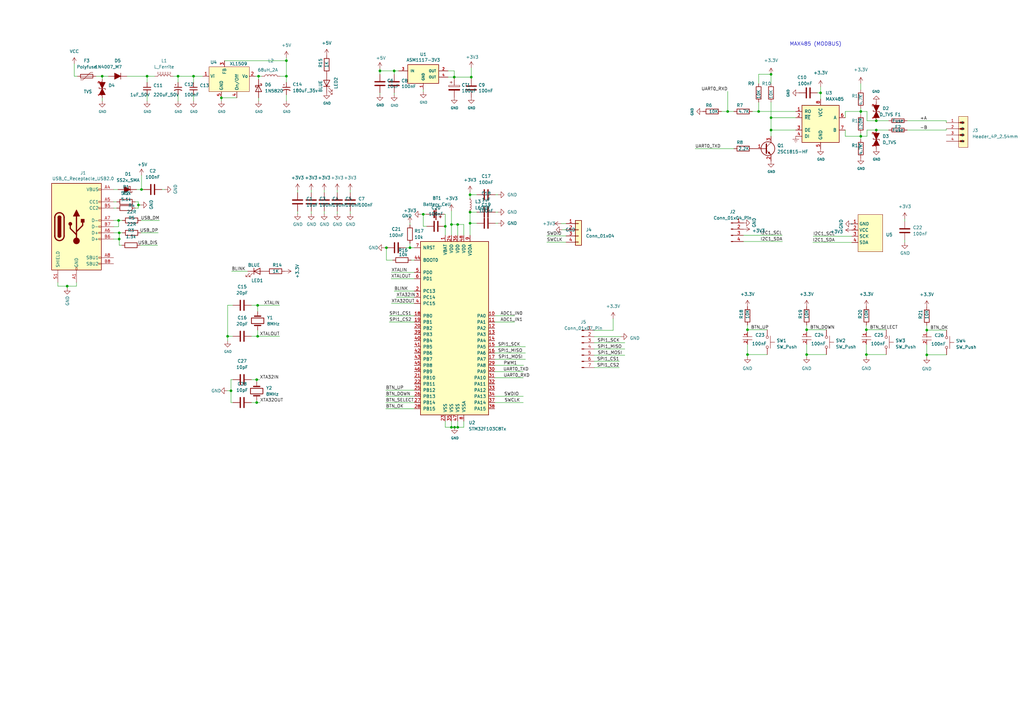
<source format=kicad_sch>
(kicad_sch (version 20230121) (generator eeschema)
  (paper "A3")
  (junction (at 193.294 31.623))
  (junction (at 41.91 31.242))
  (junction (at 73.025 31.242))
  (junction (at 186.436 175.26))
  (junction (at 306.578 145.415))
  (junction (at 168.148 101.6))
  (junction (at 380.111 145.542))
  (junction (at 330.835 135.255))
  (junction (at 186.309 31.623))
  (junction (at 60.325 31.242))
  (junction (at 185.166 175.26))
  (junction (at 359.41 53.34))
  (junction (at 27.559 117.348))
  (junction (at 93.345 137.922))
  (junction (at 192.786 86.995))
  (junction (at 355.346 145.415))
  (junction (at 353.06 55.88))
  (junction (at 298.45 45.72))
  (junction (at 161.671 29.083))
  (junction (at 187.706 175.26))
  (junction (at 336.55 38.1))
  (junction (at 359.41 49.53))
  (junction (at 117.475 24.892))
  (junction (at 105.664 125.222))
  (junction (at 316.23 30.48))
  (junction (at 316.23 48.26))
  (junction (at 106.045 31.242))
  (junction (at 48.641 90.424))
  (junction (at 58.039 77.724))
  (junction (at 48.895 98.044))
  (junction (at 105.664 137.922))
  (junction (at 192.786 91.567))
  (junction (at 353.06 45.72))
  (junction (at 306.578 135.255))
  (junction (at 355.346 135.255))
  (junction (at 79.375 31.242))
  (junction (at 173.609 87.884))
  (junction (at 311.15 45.72))
  (junction (at 192.786 79.883))
  (junction (at 90.805 40.132))
  (junction (at 56.769 84.074))
  (junction (at 94.742 160.274))
  (junction (at 155.829 29.083))
  (junction (at 158.496 101.6))
  (junction (at 330.835 145.415))
  (junction (at 316.23 53.34))
  (junction (at 380.111 135.382))
  (junction (at 185.166 92.075))
  (junction (at 105.283 155.702))
  (junction (at 105.283 165.1))
  (junction (at 187.706 92.075))
  (junction (at 48.895 95.504))
  (junction (at 117.475 31.242))
  (junction (at 182.626 92.837))
  (wire (pts (xy 103.124 137.922) (xy 105.664 137.922)))
  (wire (pts (xy 254 150.749) (xy 243.713 150.749)))
  (wire (pts (xy 48.641 90.424) (xy 50.165 90.424)))
  (wire (pts (xy 316.23 55.88) (xy 316.23 53.34)))
  (wire (pts (xy 155.829 28.194) (xy 155.829 29.083)))
  (wire (pts (xy 187.706 92.075) (xy 185.166 92.075)))
  (wire (pts (xy 336.55 38.1) (xy 335.28 38.1)))
  (wire (pts (xy 105.664 135.382) (xy 105.664 137.922)))
  (wire (pts (xy 73.025 33.782) (xy 73.025 31.242)))
  (wire (pts (xy 311.15 34.29) (xy 311.15 30.48)))
  (wire (pts (xy 95.504 125.222) (xy 93.345 125.222)))
  (wire (pts (xy 95.504 155.702) (xy 94.742 155.702)))
  (wire (pts (xy 353.06 55.88) (xy 353.06 57.15)))
  (wire (pts (xy 316.23 30.48) (xy 316.23 34.29)))
  (wire (pts (xy 372.11 49.53) (xy 388.112 49.53)))
  (wire (pts (xy 155.829 38.735) (xy 155.829 38.1)))
  (wire (pts (xy 104.775 31.242) (xy 106.045 31.242)))
  (wire (pts (xy 306.578 145.415) (xy 306.578 146.304)))
  (wire (pts (xy 172.72 87.884) (xy 173.609 87.884)))
  (wire (pts (xy 168.148 99.822) (xy 168.148 101.6)))
  (wire (pts (xy 106.553 155.702) (xy 105.283 155.702)))
  (wire (pts (xy 306.578 135.255) (xy 306.578 136.144)))
  (wire (pts (xy 355.6 53.34) (xy 355.6 55.88)))
  (wire (pts (xy 349.377 99.441) (xy 333.375 99.441)))
  (wire (pts (xy 190.246 92.075) (xy 187.706 92.075)))
  (wire (pts (xy 173.609 87.884) (xy 174.625 87.884)))
  (wire (pts (xy 31.369 115.824) (xy 31.369 117.348)))
  (wire (pts (xy 187.706 92.075) (xy 187.706 96.52)))
  (wire (pts (xy 49.911 100.584) (xy 48.895 100.584)))
  (wire (pts (xy 157.734 101.6) (xy 158.496 101.6)))
  (wire (pts (xy 56.769 85.344) (xy 55.499 85.344)))
  (wire (pts (xy 158.242 165.1) (xy 169.926 165.1)))
  (wire (pts (xy 79.375 31.242) (xy 83.185 31.242)))
  (wire (pts (xy 127.635 77.978) (xy 127.635 78.994)))
  (wire (pts (xy 193.294 32.258) (xy 193.294 31.623)))
  (wire (pts (xy 192.786 91.567) (xy 192.786 96.52)))
  (wire (pts (xy 202.946 154.94) (xy 214.63 154.94)))
  (wire (pts (xy 67.564 77.724) (xy 66.421 77.724)))
  (wire (pts (xy 155.829 29.083) (xy 161.671 29.083)))
  (wire (pts (xy 192.786 86.995) (xy 195.58 86.995)))
  (wire (pts (xy 161.671 38.862) (xy 161.671 38.1)))
  (wire (pts (xy 186.309 31.623) (xy 183.769 31.623)))
  (wire (pts (xy 380.111 145.542) (xy 388.239 145.542)))
  (wire (pts (xy 311.15 30.48) (xy 316.23 30.48)))
  (wire (pts (xy 41.91 31.242) (xy 41.91 32.512)))
  (wire (pts (xy 132.969 77.978) (xy 132.969 78.994)))
  (wire (pts (xy 304.927 99.06) (xy 320.929 99.06)))
  (wire (pts (xy 159.639 129.54) (xy 169.926 129.54)))
  (wire (pts (xy 103.124 125.222) (xy 105.664 125.222)))
  (wire (pts (xy 23.749 115.824) (xy 23.749 117.348)))
  (wire (pts (xy 330.835 135.255) (xy 330.835 136.144)))
  (wire (pts (xy 195.58 79.883) (xy 192.786 79.883)))
  (wire (pts (xy 224.282 99.314) (xy 232.156 99.314)))
  (wire (pts (xy 173.609 36.703) (xy 173.609 37.592)))
  (wire (pts (xy 93.345 125.222) (xy 93.345 137.922)))
  (wire (pts (xy 182.626 92.837) (xy 182.626 96.52)))
  (wire (pts (xy 295.91 45.72) (xy 298.45 45.72)))
  (wire (pts (xy 41.91 31.242) (xy 44.45 31.242)))
  (wire (pts (xy 162.56 121.92) (xy 169.926 121.92)))
  (wire (pts (xy 202.946 144.78) (xy 215.519 144.78)))
  (wire (pts (xy 79.375 38.862) (xy 79.375 41.402)))
  (wire (pts (xy 79.375 31.242) (xy 79.375 33.782)))
  (wire (pts (xy 192.786 79.883) (xy 192.786 81.407)))
  (wire (pts (xy 353.06 45.72) (xy 355.6 45.72)))
  (wire (pts (xy 158.242 167.64) (xy 169.926 167.64)))
  (wire (pts (xy 353.06 44.45) (xy 353.06 45.72)))
  (wire (pts (xy 94.742 165.1) (xy 95.504 165.1)))
  (wire (pts (xy 158.496 106.68) (xy 158.496 101.6)))
  (wire (pts (xy 192.786 86.487) (xy 192.786 86.995)))
  (wire (pts (xy 48.895 100.584) (xy 48.895 98.044)))
  (wire (pts (xy 182.626 87.884) (xy 182.245 87.884)))
  (wire (pts (xy 311.15 41.91) (xy 311.15 45.72)))
  (wire (pts (xy 48.641 92.964) (xy 46.609 92.964)))
  (wire (pts (xy 254 148.209) (xy 243.713 148.209)))
  (wire (pts (xy 186.436 175.26) (xy 187.706 175.26)))
  (wire (pts (xy 30.48 26.162) (xy 30.48 31.242)))
  (wire (pts (xy 353.06 54.61) (xy 353.06 55.88)))
  (wire (pts (xy 316.23 48.26) (xy 326.39 48.26)))
  (wire (pts (xy 117.475 24.892) (xy 117.475 31.242)))
  (wire (pts (xy 117.475 38.862) (xy 117.475 41.402)))
  (wire (pts (xy 93.345 137.922) (xy 95.504 137.922)))
  (wire (pts (xy 173.609 92.837) (xy 173.609 87.884)))
  (wire (pts (xy 202.946 162.56) (xy 214.63 162.56)))
  (wire (pts (xy 56.769 84.074) (xy 56.769 85.344)))
  (wire (pts (xy 251.46 130.683) (xy 251.46 135.509)))
  (wire (pts (xy 55.499 82.804) (xy 56.769 82.804)))
  (wire (pts (xy 190.246 96.52) (xy 190.246 92.075)))
  (wire (pts (xy 185.166 172.72) (xy 185.166 175.26)))
  (wire (pts (xy 330.835 141.224) (xy 330.835 145.415)))
  (wire (pts (xy 57.785 90.424) (xy 65.405 90.424)))
  (wire (pts (xy 202.946 129.54) (xy 211.074 129.54)))
  (wire (pts (xy 30.48 31.242) (xy 31.75 31.242)))
  (wire (pts (xy 346.71 48.26) (xy 346.71 45.72)))
  (wire (pts (xy 316.23 41.91) (xy 316.23 48.26)))
  (wire (pts (xy 353.06 34.29) (xy 353.06 36.83)))
  (wire (pts (xy 117.475 31.242) (xy 114.935 31.242)))
  (wire (pts (xy 355.346 135.255) (xy 355.346 136.144)))
  (wire (pts (xy 359.41 49.53) (xy 364.49 49.53)))
  (wire (pts (xy 122.047 86.614) (xy 122.047 87.63)))
  (wire (pts (xy 105.283 155.702) (xy 103.124 155.702)))
  (wire (pts (xy 182.626 172.72) (xy 182.626 175.26)))
  (wire (pts (xy 122.047 77.978) (xy 122.047 78.994)))
  (wire (pts (xy 103.124 165.1) (xy 105.283 165.1)))
  (wire (pts (xy 380.111 145.542) (xy 380.111 146.431)))
  (wire (pts (xy 380.111 133.477) (xy 380.111 135.382)))
  (wire (pts (xy 330.835 145.415) (xy 338.963 145.415)))
  (wire (pts (xy 39.37 31.242) (xy 41.91 31.242)))
  (wire (pts (xy 306.578 133.35) (xy 306.578 135.255)))
  (wire (pts (xy 27.559 117.348) (xy 31.369 117.348)))
  (wire (pts (xy 346.71 55.88) (xy 346.71 53.34)))
  (wire (pts (xy 186.309 32.258) (xy 186.309 31.623)))
  (wire (pts (xy 336.55 40.64) (xy 336.55 38.1)))
  (wire (pts (xy 202.946 165.1) (xy 214.63 165.1)))
  (wire (pts (xy 94.742 155.702) (xy 94.742 160.274)))
  (wire (pts (xy 106.045 31.242) (xy 107.315 31.242)))
  (wire (pts (xy 27.559 118.11) (xy 27.559 117.348)))
  (wire (pts (xy 106.045 40.132) (xy 106.045 41.402)))
  (wire (pts (xy 306.578 141.224) (xy 306.578 145.415)))
  (wire (pts (xy 56.007 77.724) (xy 58.039 77.724)))
  (wire (pts (xy 336.55 35.56) (xy 336.55 38.1)))
  (wire (pts (xy 355.346 141.224) (xy 355.346 145.415)))
  (wire (pts (xy 330.835 133.35) (xy 330.835 135.255)))
  (wire (pts (xy 46.609 95.504) (xy 48.895 95.504)))
  (wire (pts (xy 243.713 145.669) (xy 256.286 145.669)))
  (wire (pts (xy 359.41 53.34) (xy 355.6 53.34)))
  (wire (pts (xy 158.242 160.02) (xy 169.926 160.02)))
  (wire (pts (xy 57.531 100.584) (xy 64.643 100.584)))
  (wire (pts (xy 182.626 87.884) (xy 182.626 92.837)))
  (wire (pts (xy 56.769 84.074) (xy 57.658 84.074)))
  (wire (pts (xy 243.713 143.129) (xy 256.286 143.129)))
  (wire (pts (xy 355.346 135.255) (xy 363.474 135.255)))
  (wire (pts (xy 202.946 149.86) (xy 214.757 149.86)))
  (wire (pts (xy 46.609 90.424) (xy 48.641 90.424)))
  (wire (pts (xy 138.303 77.978) (xy 138.303 78.994)))
  (wire (pts (xy 186.309 29.083) (xy 186.309 31.623)))
  (wire (pts (xy 48.641 90.424) (xy 48.641 92.964)))
  (wire (pts (xy 298.45 37.465) (xy 298.45 45.72)))
  (wire (pts (xy 230.632 94.234) (xy 232.156 94.234)))
  (wire (pts (xy 330.835 145.415) (xy 330.835 146.304)))
  (wire (pts (xy 388.112 49.53) (xy 388.112 50.292)))
  (wire (pts (xy 56.769 82.804) (xy 56.769 84.074)))
  (wire (pts (xy 143.637 86.614) (xy 143.637 87.63)))
  (wire (pts (xy 346.71 55.88) (xy 353.06 55.88)))
  (wire (pts (xy 298.45 45.72) (xy 300.99 45.72)))
  (wire (pts (xy 311.15 45.72) (xy 326.39 45.72)))
  (wire (pts (xy 316.23 53.34) (xy 326.39 53.34)))
  (wire (pts (xy 143.637 77.978) (xy 143.637 78.994)))
  (wire (pts (xy 168.656 106.68) (xy 169.926 106.68)))
  (wire (pts (xy 92.075 24.892) (xy 117.475 24.892)))
  (wire (pts (xy 23.749 117.348) (xy 27.559 117.348)))
  (wire (pts (xy 47.879 82.804) (xy 46.609 82.804)))
  (wire (pts (xy 183.769 29.083) (xy 186.309 29.083)))
  (wire (pts (xy 60.325 31.242) (xy 63.5 31.242)))
  (wire (pts (xy 106.68 165.1) (xy 105.283 165.1)))
  (wire (pts (xy 185.166 175.26) (xy 186.436 175.26)))
  (wire (pts (xy 192.786 78.867) (xy 192.786 79.883)))
  (wire (pts (xy 192.786 91.567) (xy 195.58 91.567)))
  (wire (pts (xy 168.148 91.44) (xy 168.148 92.202)))
  (wire (pts (xy 353.06 55.88) (xy 355.6 55.88)))
  (wire (pts (xy 355.6 49.53) (xy 355.6 45.72)))
  (wire (pts (xy 203.2 91.567) (xy 204.216 91.567)))
  (wire (pts (xy 160.401 114.3) (xy 169.926 114.3)))
  (wire (pts (xy 355.346 145.415) (xy 363.474 145.415)))
  (wire (pts (xy 193.294 31.623) (xy 186.309 31.623)))
  (wire (pts (xy 185.166 92.075) (xy 185.166 96.52)))
  (wire (pts (xy 190.246 172.72) (xy 190.246 175.26)))
  (wire (pts (xy 346.71 45.72) (xy 353.06 45.72)))
  (wire (pts (xy 158.496 101.6) (xy 158.75 101.6)))
  (wire (pts (xy 380.111 135.382) (xy 380.111 136.271)))
  (wire (pts (xy 60.325 38.862) (xy 60.325 41.402)))
  (wire (pts (xy 388.112 53.34) (xy 388.112 52.832)))
  (wire (pts (xy 52.07 31.242) (xy 60.325 31.242)))
  (wire (pts (xy 71.12 31.242) (xy 73.025 31.242)))
  (wire (pts (xy 58.801 77.724) (xy 58.039 77.724)))
  (wire (pts (xy 105.664 137.922) (xy 114.681 137.922)))
  (wire (pts (xy 94.742 160.274) (xy 94.742 165.1)))
  (wire (pts (xy 202.946 132.08) (xy 211.074 132.08)))
  (wire (pts (xy 159.639 132.08) (xy 169.926 132.08)))
  (wire (pts (xy 168.148 101.6) (xy 169.926 101.6)))
  (wire (pts (xy 308.61 45.72) (xy 311.15 45.72)))
  (wire (pts (xy 243.713 140.589) (xy 256.286 140.589)))
  (wire (pts (xy 243.713 135.509) (xy 251.46 135.509)))
  (wire (pts (xy 192.786 86.995) (xy 192.786 91.567)))
  (wire (pts (xy 160.528 124.46) (xy 169.926 124.46)))
  (wire (pts (xy 230.124 91.694) (xy 232.156 91.694)))
  (wire (pts (xy 155.829 30.48) (xy 155.829 29.083)))
  (wire (pts (xy 185.166 92.075) (xy 185.166 86.487)))
  (wire (pts (xy 243.713 138.049) (xy 254.635 138.049)))
  (wire (pts (xy 117.475 33.782) (xy 117.475 31.242)))
  (wire (pts (xy 320.802 96.52) (xy 304.927 96.52)))
  (wire (pts (xy 117.475 23.622) (xy 117.475 24.892)))
  (wire (pts (xy 105.283 155.702) (xy 105.283 156.591)))
  (wire (pts (xy 372.11 53.34) (xy 388.112 53.34)))
  (wire (pts (xy 132.969 86.614) (xy 132.969 87.63)))
  (wire (pts (xy 73.025 31.242) (xy 79.375 31.242)))
  (wire (pts (xy 187.706 175.26) (xy 190.246 175.26)))
  (wire (pts (xy 73.025 38.862) (xy 73.025 41.402)))
  (wire (pts (xy 160.528 111.76) (xy 169.926 111.76)))
  (wire (pts (xy 355.346 133.35) (xy 355.346 135.255)))
  (wire (pts (xy 306.578 135.255) (xy 314.706 135.255)))
  (wire (pts (xy 175.006 92.837) (xy 173.609 92.837)))
  (wire (pts (xy 93.218 160.274) (xy 94.742 160.274)))
  (wire (pts (xy 105.664 125.222) (xy 114.681 125.222)))
  (wire (pts (xy 47.879 85.344) (xy 46.609 85.344)))
  (wire (pts (xy 105.664 125.222) (xy 105.664 127.762)))
  (wire (pts (xy 90.805 40.132) (xy 97.155 40.132)))
  (wire (pts (xy 202.946 142.24) (xy 215.519 142.24)))
  (wire (pts (xy 359.41 49.53) (xy 355.6 49.53)))
  (wire (pts (xy 48.895 95.504) (xy 48.895 98.044)))
  (wire (pts (xy 94.996 111.252) (xy 101.6 111.252)))
  (wire (pts (xy 161.036 106.68) (xy 158.496 106.68)))
  (wire (pts (xy 158.242 162.56) (xy 169.926 162.56)))
  (wire (pts (xy 46.609 77.724) (xy 48.387 77.724)))
  (wire (pts (xy 93.345 137.922) (xy 93.345 139.827)))
  (wire (pts (xy 41.91 40.132) (xy 41.91 41.402)))
  (wire (pts (xy 202.946 147.32) (xy 215.519 147.32)))
  (wire (pts (xy 371.094 98.425) (xy 371.094 99.441)))
  (wire (pts (xy 285.115 60.96) (xy 300.99 60.96)))
  (wire (pts (xy 202.946 152.4) (xy 214.63 152.4)))
  (wire (pts (xy 224.282 96.774) (xy 232.156 96.774)))
  (wire (pts (xy 330.835 135.255) (xy 338.963 135.255)))
  (wire (pts (xy 355.346 145.415) (xy 355.346 146.304)))
  (wire (pts (xy 48.895 95.504) (xy 50.165 95.504)))
  (wire (pts (xy 169.926 119.38) (xy 161.671 119.38)))
  (wire (pts (xy 106.045 31.242) (xy 106.045 32.512)))
  (wire (pts (xy 306.578 145.415) (xy 314.706 145.415)))
  (wire (pts (xy 380.111 141.351) (xy 380.111 145.542)))
  (wire (pts (xy 182.626 175.26) (xy 185.166 175.26)))
  (wire (pts (xy 364.49 53.34) (xy 359.41 53.34)))
  (wire (pts (xy 316.23 48.26) (xy 316.23 53.34)))
  (wire (pts (xy 161.671 29.083) (xy 163.449 29.083)))
  (wire (pts (xy 380.111 135.382) (xy 388.239 135.382)))
  (wire (pts (xy 203.2 79.883) (xy 204.216 79.883)))
  (wire (pts (xy 333.502 96.901) (xy 349.377 96.901)))
  (wire (pts (xy 46.609 98.044) (xy 48.895 98.044)))
  (wire (pts (xy 187.706 172.72) (xy 187.706 175.26)))
  (wire (pts (xy 90.805 40.132) (xy 90.805 41.402)))
  (wire (pts (xy 166.37 101.6) (xy 168.148 101.6)))
  (wire (pts (xy 161.671 30.48) (xy 161.671 29.083)))
  (wire (pts (xy 105.283 164.211) (xy 105.283 165.1)))
  (wire (pts (xy 127.635 86.614) (xy 127.635 87.63)))
  (wire (pts (xy 371.094 89.789) (xy 371.094 90.805)))
  (wire (pts (xy 353.06 45.72) (xy 353.06 46.99)))
  (wire (pts (xy 138.303 86.614) (xy 138.303 87.63)))
  (wire (pts (xy 57.785 95.504) (xy 64.897 95.504)))
  (wire (pts (xy 60.325 33.782) (xy 60.325 31.242)))
  (wire (pts (xy 193.294 27.813) (xy 193.294 31.623)))
  (wire (pts (xy 58.039 71.882) (xy 58.039 77.724)))
  (wire (pts (xy 203.2 86.995) (xy 204.216 86.995)))
  (text "MAX485 (MODBUS)" (at 323.85 19.05 0) (effects (font (size 1.5 1.5)) (justify left bottom)))
  (label "XTALOUT" (at 160.401 114.3 0))
  (label "BTN_OK" (at 381.508 135.382 0))
  (label "+A" (at 377.317 49.53 0))
  (label "XTALIN" (at 114.681 125.222 180))
  (label "BLINK" (at 94.996 111.252 0))
  (label "SWCLK" (at 206.883 165.1 0))
  (label "XTA32OUT" (at 160.528 124.46 0))
  (label "SPI1_SCK" (at 244.983 140.589 0))
  (label "UART0_TXD" (at 206.375 152.4 0))
  (label "ADC1_IN0" (at 205.232 129.54 0))
  (label "UART0_RXD" (at 298.45 37.465 180))
  (label "SPI1_MOSI" (at 204.343 147.32 0))
  (label "BTN_SELECT" (at 158.242 165.1 0))
  (label "ADC1_IN1" (at 205.232 132.08 0))
  (label "SWCLK" (at 224.282 99.314 0))
  (label "XTALIN" (at 160.528 111.76 0))
  (label "SPI1_CS1" (at 254 148.209 180))
  (label "XTA32OUT" (at 106.68 165.1 0))
  (label "USB_DIS" (at 64.643 100.584 180))
  (label "I2C1_SDA" (at 333.375 99.441 0))
  (label "SPI1_MOSI" (at 245.11 145.669 0))
  (label "PWM1" (at 206.502 149.86 0))
  (label "UART0_TXD" (at 285.115 60.96 0))
  (label "SPI1_SCK" (at 204.216 142.24 0))
  (label "BTN_OK" (at 158.242 167.64 0))
  (label "SWDIO" (at 206.756 162.56 0))
  (label "BTN_UP" (at 307.975 135.255 0))
  (label "I2C1_SCL" (at 320.802 96.52 180))
  (label "SPI1_CS1" (at 159.639 129.54 0))
  (label "USB_DM" (at 65.405 90.424 180))
  (label "I2C1_SCL" (at 333.502 96.901 0))
  (label "SPI1_CS2" (at 254 150.749 180))
  (label "SPI1_CS2" (at 159.639 132.08 0))
  (label "USB_DP" (at 64.897 95.504 180))
  (label "SPI1_MISO" (at 244.983 143.129 0))
  (label "SWDIO" (at 224.282 96.774 0))
  (label "BTN_DOWN" (at 158.242 162.56 0))
  (label "SPI1_MISO" (at 204.216 144.78 0))
  (label "BTN_DOWN" (at 332.232 135.255 0))
  (label "BTN_SELECT" (at 356.743 135.255 0))
  (label "-B" (at 377.317 53.34 0))
  (label "XTA32IN" (at 162.56 121.92 0))
  (label "BLINK" (at 161.671 119.38 0))
  (label "BTN_UP" (at 158.242 160.02 0))
  (label "I2C1_SDA" (at 320.929 99.06 180))
  (label "UART0_RXD" (at 206.502 154.94 0))
  (label "XTALOUT" (at 114.681 137.922 180))
  (label "XTA32IN" (at 106.553 155.702 0))
  (symbol (lib_id "Device:L") (at 111.125 31.242 90) (unit 1)
    (property "Reference" "L2" (at 111.125 24.892 90))
    (property "Value" "68uH_2A" (at 109.855 28.702 90))
    (property "Footprint" "Inductor_SMD:L_Bourns-SRU8028_8.0x8.0mm" (effects hide))
  )
  (symbol (lib_id "power:GND") (at 186.436 175.26 0) (unit 1)
    (property "Reference" "#PWR045" (effects hide))
    (property "Value" "GND" (at 186.563 179.6542 0) (effects (font (size 1 1))))
  )
  (symbol (lib_id "ph_kicad_lib:C0805") (at 199.39 91.567 90) (unit 1)
    (property "Reference" "C19" (at 199.39 83.947 90))
    (property "Value" "100nF" (at 199.39 86.487 90))
    (property "Footprint" "Capacitor_SMD:C_0805_2012Metric" (effects hide))
    (property "Desc" "Capacitor SMD Ceramic 0805" (effects hide))
    (property "Link" "http://www.dientuachau.com/ceramic-0805" (effects hide))
  )
  (symbol (lib_id "Device:Polyfuse") (at 35.56 31.242 90) (unit 1)
    (property "Reference" "F3" (at 35.56 24.892 90))
    (property "Value" "Polyfuse" (at 35.56 27.432 90))
    (property "Footprint" "Fuse:Fuse_1812_4532Metric_Pad1.30x3.40mm_HandSolder" (effects hide))
  )
  (symbol (lib_id "power:GND") (at 327.66 38.1 270) (unit 1)
    (property "Reference" "#PWR026" (effects hide))
    (property "Value" "GND" (at 323.2658 38.227 0) (effects (font (size 1 1))))
  )
  (symbol (lib_id "ph_chemical_refrigerator_relay_hw-rescue:ASM1117-3V3-Linktech") (at 173.609 30.353 0) (unit 1)
    (property "Reference" "U1" (at 173.609 22.3012 0))
    (property "Value" "ASM1117-3V3" (at 173.609 24.6126 0))
    (property "Footprint" "Linktech:SOT-223" (effects hide))
    (property "Desc" "AMS1117-3.3V 1A LDO Regulators" (effects hide))
    (property "Link" "http://tme.vn/Product.aspx?id=437#page=pro_info" (effects hide))
  )
  (symbol (lib_id "power:+3.3V") (at 306.578 125.73 0) (unit 1)
    (property "Reference" "#PWR057" (effects hide))
    (property "Value" "+3.3V" (at 306.578 120.65 0))
  )
  (symbol (lib_id "power:+3.3V") (at 251.46 130.683 0) (unit 1)
    (property "Reference" "#PWR072" (effects hide))
    (property "Value" "+3.3V" (at 251.46 125.603 0))
  )
  (symbol (lib_id "Device:C_Polarized_Small_US") (at 117.475 36.322 0) (unit 1)
    (property "Reference" "C14" (at 120.015 34.6201 0) (effects (justify left)))
    (property "Value" "180uF_35v" (at 120.015 37.1601 0) (effects (justify left)))
    (property "Footprint" "Capacitor_SMD:CP_Elec_6.3x9.9" (effects hide))
  )
  (symbol (lib_id "power:+3V3") (at 193.294 27.813 0) (unit 1)
    (property "Reference" "#PWR020" (effects hide))
    (property "Value" "+3V3" (at 193.675 23.4188 0))
  )
  (symbol (lib_id "power:GND") (at 106.045 41.402 0) (unit 1)
    (property "Reference" "#PWR036" (effects hide))
    (property "Value" "GND" (at 106.172 45.7962 0) (effects (font (size 1 1))))
  )
  (symbol (lib_id "ph_kicad_lib:MAX485_SMD") (at 336.55 50.8 0) (unit 1)
    (property "Reference" "U3" (at 338.5694 38.1 0) (effects (justify left)))
    (property "Value" "MAX485" (at 338.5694 40.64 0) (effects (justify left)))
    (property "Footprint" "Package_SO:SO-8_3.9x4.9mm_P1.27mm" (effects hide))
    (property "Desc" "IC TXRX RS485/RS422 8-SOIC" (effects hide))
    (property "Link" "https://thegioiic.com/products/max485csa-t" (effects hide))
  )
  (symbol (lib_name "XL1509_1") (lib_id "D_H_Lib_:XL1509") (at 94.615 32.512 0) (unit 1)
    (property "Reference" "U4" (at 87.63 25.527 0))
    (property "Value" "XL1509" (at 97.79 26.162 0))
    (property "Footprint" "Package_SO:SOIC-8-1EP_3.9x4.9mm_P1.27mm_EP2.41x3.81mm" (effects hide))
  )
  (symbol (lib_id "Connector:Conn_01x07_Pin") (at 238.633 143.129 0) (unit 1)
    (property "Reference" "J5" (at 239.268 132.08 0))
    (property "Value" "Conn_01x07_Pin" (at 239.268 134.62 0))
  )
  (symbol (lib_id "ph_kicad_lib:C0805") (at 62.611 77.724 90) (unit 1)
    (property "Reference" "C2" (at 62.611 70.104 90))
    (property "Value" "100nF" (at 62.611 72.644 90))
    (property "Footprint" "ph_kicad_lib:C_0805_HandSoldering" (effects hide))
    (property "Desc" "Capacitor SMD Ceramic 0805" (effects hide))
    (property "Link" "http://www.dientuachau.com/ceramic-0805" (effects hide))
  )
  (symbol (lib_name "GND_1") (lib_id "power:GND") (at 330.835 146.304 0) (unit 1)
    (property "Reference" "#PWR060" (effects hide))
    (property "Value" "GND" (at 330.835 151.13 0))
  )
  (symbol (lib_id "power:GND") (at 93.218 160.274 270) (unit 1)
    (property "Reference" "#PWR069" (effects hide))
    (property "Value" "GND" (at 86.614 160.274 90) (effects (justify left)))
  )
  (symbol (lib_id "ph_chemical_refrigerator_relay_hw-rescue:USB_C_Receptacle_USB2.0-Connector") (at 31.369 92.964 0) (unit 1)
    (property "Reference" "J1" (at 34.0868 70.9422 0))
    (property "Value" "USB_C_Receptacle_USB2.0" (at 34.0868 73.2536 0))
    (property "Footprint" "Connector_USB:USB_C_Receptacle_Palconn_UTC16-G" (effects hide))
    (property "Datasheet" "https://www.usb.org/sites/default/files/documents/usb_type-c.zip" (effects hide))
  )
  (symbol (lib_id "Device:Crystal") (at 105.664 131.572 90) (unit 1)
    (property "Reference" "Y1" (at 109.474 130.3019 90) (effects (justify right)))
    (property "Value" "8MHz" (at 109.474 132.8419 90) (effects (justify right)))
    (property "Footprint" "Crystal:Crystal_SMD_5032-2Pin_5.0x3.2mm_HandSoldering" (effects hide))
  )
  (symbol (lib_name "GND_1") (lib_id "power:GND") (at 306.578 146.304 0) (unit 1)
    (property "Reference" "#PWR058" (effects hide))
    (property "Value" "GND" (at 306.578 151.13 0))
  )
  (symbol (lib_id "power:+3.3V") (at 330.835 125.73 0) (unit 1)
    (property "Reference" "#PWR059" (effects hide))
    (property "Value" "+3.3V" (at 330.835 120.65 0))
  )
  (symbol (lib_id "library_by_DH:Capasitor_SMD") (at 306.578 139.319 0) (unit 1)
    (property "Reference" "C23" (at 309.753 137.4139 0) (effects (justify left)))
    (property "Value" "100nF" (at 308.356 140.97 0) (effects (justify left)))
    (property "Footprint" "Capacitor_SMD:C_0805_2012Metric" (effects hide))
  )
  (symbol (lib_id "ph_kicad_lib:R0805") (at 53.721 100.584 90) (unit 1)
    (property "Reference" "R3" (at 53.721 94.488 90))
    (property "Value" "1.5k" (at 53.721 97.028 90))
    (property "Footprint" "ph_kicad_lib:R_0805_HandSoldering" (effects hide))
    (property "Desc" "Resistor SMD 0805" (effects hide))
    (property "Link" "http://www.dientuachau.com/res-1-0805" (effects hide))
  )
  (symbol (lib_id "power:+3V3") (at 304.927 93.98 270) (mirror x) (unit 1)
    (property "Reference" "#PWR068" (effects hide))
    (property "Value" "+3V3" (at 308.483 94.615 90) (effects (justify left)))
  )
  (symbol (lib_id "Lib_Ph:STM32F103C8Tx") (at 159.766 90.17 0) (unit 1)
    (property "Reference" "U2" (at 192.2019 173.355 0) (effects (justify left)))
    (property "Value" "STM32F103C8Tx" (at 192.2019 175.895 0) (effects (justify left)))
    (property "Footprint" "Package_QFP:LQFP-48-1EP_7x7mm_P0.5mm_EP3.6x3.6mm" (effects hide))
    (property "Desc" "MCU ARM 64KB FLASH MEM LQFP-48" (effects hide))
    (property "Link" "http://www.tme.vn/Product.aspx?id=1711#page=pro_info" (effects hide))
  )
  (symbol (lib_id "ph_chemical_refrigerator_relay_hw-rescue:CT_6032-Linktech") (at 186.309 36.068 0) (unit 1)
    (property "Reference" "CT1" (at 189.3062 34.8996 0) (effects (justify left)))
    (property "Value" "100uF" (at 189.3062 37.211 0) (effects (justify left)))
    (property "Footprint" "Linktech:CP_Tantalum_Case-C_EIA-6032-28_Reflow" (effects hide))
    (property "Desc" "CAP Tantalum 6032" (effects hide))
    (property "Link" "https://thegioiic.com/product/tu-tantalum" (effects hide))
  )
  (symbol (lib_id "Device:R") (at 304.8 45.72 90) (unit 1)
    (property "Reference" "R7" (at 304.8 43.18 90) (effects (justify left)))
    (property "Value" "4.7K" (at 307.34 45.72 90) (effects (justify left)))
    (property "Footprint" "Resistor_SMD:R_0805_2012Metric_Pad1.20x1.40mm_HandSolder" (effects hide))
  )
  (symbol (lib_id "ph_kicad_lib:D_TVS") (at 359.41 45.72 90) (unit 1)
    (property "Reference" "D2" (at 361.95 44.4499 90) (effects (justify right)))
    (property "Value" "D_TVS" (at 360.68 46.99 90) (effects (justify right)))
    (property "Footprint" "Diode_SMD:D_SMA" (effects hide))
    (property "Desc" "TVS DIODE 36VWM 58.1VC SMA" (effects hide))
    (property "Link" "https://thegioiic.com/products/smaj36a" (effects hide))
  )
  (symbol (lib_id "power:+3V3") (at 132.969 77.978 0) (unit 1)
    (property "Reference" "#PWR09" (effects hide))
    (property "Value" "+3V3" (at 132.969 72.898 0))
  )
  (symbol (lib_id "Device:R") (at 133.985 26.543 0) (unit 1)
    (property "Reference" "R15" (at 131.445 27.813 90) (effects (justify left)))
    (property "Value" "1K" (at 133.985 27.813 90) (effects (justify left)))
    (property "Footprint" "Resistor_SMD:R_0805_2012Metric_Pad1.20x1.40mm_HandSolder" (effects hide))
  )
  (symbol (lib_id "Device:L_Ferrite") (at 67.31 31.242 90) (unit 1)
    (property "Reference" "L1" (at 67.31 24.892 90))
    (property "Value" "L_Ferrite" (at 67.31 27.432 90))
    (property "Footprint" "Inductor_THT:L_Radial_D6.0mm_P4.00mm" (effects hide))
  )
  (symbol (lib_id "power:GND") (at 138.303 87.63 0) (unit 1)
    (property "Reference" "#PWR012" (effects hide))
    (property "Value" "GND" (at 138.43 92.0242 0))
  )
  (symbol (lib_id "power:GND") (at 117.475 41.402 0) (unit 1)
    (property "Reference" "#PWR035" (effects hide))
    (property "Value" "GND" (at 117.602 45.7962 0) (effects (font (size 1 1))))
  )
  (symbol (lib_id "ph_kicad_lib:C0805") (at 199.39 86.995 90) (unit 1)
    (property "Reference" "C18" (at 199.39 79.375 90))
    (property "Value" "1uF" (at 199.39 81.915 90))
    (property "Footprint" "Capacitor_SMD:C_0805_2012Metric" (effects hide))
    (property "Desc" "Capacitor SMD Ceramic 0805" (effects hide))
    (property "Link" "http://www.dientuachau.com/ceramic-0805" (effects hide))
  )
  (symbol (lib_id "Switch:SW_Push") (at 388.239 140.462 270) (unit 1)
    (property "Reference" "SW4" (at 392.049 139.827 90) (effects (justify left)))
    (property "Value" "SW_Push" (at 392.049 142.367 90) (effects (justify left)))
    (property "Footprint" "Button_Switch_THT:SW_PUSH_6mm_H7.3mm" (effects hide))
  )
  (symbol (lib_id "power:+3V3") (at 127.635 77.978 0) (unit 1)
    (property "Reference" "#PWR07" (effects hide))
    (property "Value" "+3V3" (at 127.635 72.898 0))
  )
  (symbol (lib_id "power:GND") (at 79.375 41.402 0) (unit 1)
    (property "Reference" "#PWR038" (effects hide))
    (property "Value" "GND" (at 79.502 45.7962 0) (effects (font (size 1 1))))
  )
  (symbol (lib_id "power:GND") (at 173.609 37.592 0) (unit 1)
    (property "Reference" "#PWR018" (effects hide))
    (property "Value" "GND" (at 173.736 41.9862 0) (effects (font (size 1 1))))
  )
  (symbol (lib_id "Device:LED") (at 105.41 111.252 0) (unit 1)
    (property "Reference" "LED1" (at 107.95 115.062 0) (effects (justify right)))
    (property "Value" "BLUE" (at 106.68 108.712 0) (effects (justify right)))
    (property "Footprint" "LED_SMD:LED_0805_2012Metric_Pad1.15x1.40mm_HandSolder" (effects hide))
  )
  (symbol (lib_id "library_by_DH:Capasitor_SMD") (at 380.111 139.446 0) (unit 1)
    (property "Reference" "C26" (at 383.286 137.5409 0) (effects (justify left)))
    (property "Value" "100nF" (at 381.889 141.097 0) (effects (justify left)))
    (property "Footprint" "Capacitor_SMD:C_0805_2012Metric" (effects hide))
  )
  (symbol (lib_id "ph_kicad_lib:C0805") (at 178.816 92.837 90) (unit 1)
    (property "Reference" "C20" (at 178.816 85.217 90))
    (property "Value" "100nF" (at 178.816 87.757 90))
    (property "Footprint" "Capacitor_SMD:C_0805_2012Metric" (effects hide))
    (property "Desc" "Capacitor SMD Ceramic 0805" (effects hide))
    (property "Link" "http://www.dientuachau.com/ceramic-0805" (effects hide))
  )
  (symbol (lib_id "power:+3V3") (at 371.094 89.789 0) (unit 1)
    (property "Reference" "#PWR055" (effects hide))
    (property "Value" "+3V3" (at 371.094 84.709 0))
  )
  (symbol (lib_id "power:+3.3V") (at 355.346 125.73 0) (unit 1)
    (property "Reference" "#PWR061" (effects hide))
    (property "Value" "+3.3V" (at 355.346 120.65 0))
  )
  (symbol (lib_id "power:GND") (at 288.29 45.72 270) (unit 1)
    (property "Reference" "#PWR022" (effects hide))
    (property "Value" "GND" (at 283.8958 45.847 0) (effects (font (size 1 1))))
  )
  (symbol (lib_id "Device:C") (at 331.47 38.1 90) (unit 1)
    (property "Reference" "C10" (at 328.93 31.75 90))
    (property "Value" "100nF" (at 330.2 34.29 90))
    (property "Footprint" "Capacitor_SMD:C_0805_2012Metric_Pad1.18x1.45mm_HandSolder" (effects hide))
  )
  (symbol (lib_id "Device:C") (at 99.314 137.922 90) (unit 1)
    (property "Reference" "C16" (at 99.314 130.302 90))
    (property "Value" "20pF" (at 99.314 132.842 90))
    (property "Footprint" "Capacitor_SMD:C_0805_2012Metric_Pad1.18x1.45mm_HandSolder" (effects hide))
  )
  (symbol (lib_id "ph_kicad_lib:R0805") (at 168.148 96.012 0) (unit 1)
    (property "Reference" "R17" (at 169.926 94.7419 0) (effects (justify left)))
    (property "Value" "10k" (at 169.926 97.2819 0) (effects (justify left)))
    (property "Footprint" "Resistor_SMD:R_0805_2012Metric" (effects hide))
    (property "Desc" "Resistor SMD 0805" (effects hide))
    (property "Link" "http://www.dientuachau.com/res-1-0805" (effects hide))
  )
  (symbol (lib_id "ph_chemical_refrigerator_relay_hw-rescue:C1206-Linktech") (at 155.829 34.29 0) (unit 1)
    (property "Reference" "C6" (at 158.75 33.1216 0) (effects (justify left)))
    (property "Value" "10uF" (at 158.75 35.433 0) (effects (justify left)))
    (property "Footprint" "Linktech:C_1206_HandSoldering" (effects hide))
    (property "Desc" "Capacitor SMD Ceramic 1206" (effects hide))
    (property "Link" "https://thegioiic.com/product/tu-dan-smd-1206" (effects hide))
  )
  (symbol (lib_id "ph_chemical_refrigerator_relay_hw-rescue:C0805-ph_kicad_lib") (at 161.671 34.29 0) (unit 1)
    (property "Reference" "C8" (at 164.592 33.1216 0) (effects (justify left)))
    (property "Value" "100nF" (at 164.592 35.433 0) (effects (justify left)))
    (property "Footprint" "ph_kicad_lib:C_0805_HandSoldering" (effects hide))
    (property "Desc" "Capacitor SMD Ceramic 0805" (effects hide))
    (property "Link" "http://www.dientuachau.com/ceramic-0805" (effects hide))
  )
  (symbol (lib_id "ph_kicad_lib:C1206") (at 119.507 75.184 0) (unit 1)
    (property "Reference" "C1" (at 125.603 81.5339 0) (effects (justify left)))
    (property "Value" "10uF" (at 125.603 84.0739 0) (effects (justify left)))
    (property "Footprint" "Capacitor_SMD:C_0805_2012Metric" (effects hide))
    (property "Desc" "Capacitor SMD Ceramic 1206" (effects hide))
    (property "Link" "http://www.tme.vn/Products.aspx?cateId=465" (effects hide))
  )
  (symbol (lib_id "power:GND") (at 371.094 99.441 0) (unit 1)
    (property "Reference" "#PWR056" (effects hide))
    (property "Value" "GND" (at 371.221 103.8352 0))
  )
  (symbol (lib_id "Connector_Generic:Conn_01x04") (at 237.236 94.234 0) (unit 1)
    (property "Reference" "J4" (at 240.284 94.2339 0) (effects (justify left)))
    (property "Value" "Conn_01x04" (at 240.284 96.7739 0) (effects (justify left)))
    (property "Footprint" "ph_kicad_lib:Header-4pin-2.54" (effects hide))
  )
  (symbol (lib_id "ph_kicad_lib:C0805") (at 143.637 82.804 180) (unit 1)
    (property "Reference" "C7" (at 146.939 81.5339 0) (effects (justify right)))
    (property "Value" "100nF" (at 146.939 84.0739 0) (effects (justify right)))
    (property "Footprint" "Capacitor_SMD:C_0805_2012Metric" (effects hide))
    (property "Desc" "Capacitor SMD Ceramic 0805" (effects hide))
    (property "Link" "http://www.dientuachau.com/ceramic-0805" (effects hide))
  )
  (symbol (lib_id "ph_kicad_lib:C0805") (at 138.303 82.804 180) (unit 1)
    (property "Reference" "C5" (at 141.605 81.5339 0) (effects (justify right)))
    (property "Value" "100nF" (at 141.605 84.0739 0) (effects (justify right)))
    (property "Footprint" "Capacitor_SMD:C_0805_2012Metric" (effects hide))
    (property "Desc" "Capacitor SMD Ceramic 0805" (effects hide))
    (property "Link" "http://www.dientuachau.com/ceramic-0805" (effects hide))
  )
  (symbol (lib_id "power:+5V") (at 117.475 23.622 0) (unit 1)
    (property "Reference" "#PWR040" (effects hide))
    (property "Value" "+5V" (at 117.475 18.542 0))
  )
  (symbol (lib_id "power:+5V") (at 155.829 28.194 0) (unit 1)
    (property "Reference" "#PWR013" (effects hide))
    (property "Value" "+5V" (at 156.21 23.7998 0))
  )
  (symbol (lib_id "power:GND") (at 127.635 87.63 0) (unit 1)
    (property "Reference" "#PWR08" (effects hide))
    (property "Value" "GND" (at 127.762 92.0242 0))
  )
  (symbol (lib_id "power:GND") (at 132.969 87.63 0) (unit 1)
    (property "Reference" "#PWR010" (effects hide))
    (property "Value" "GND" (at 133.096 92.0242 0))
  )
  (symbol (lib_id "power:GND") (at 161.671 38.862 0) (unit 1)
    (property "Reference" "#PWR017" (effects hide))
    (property "Value" "GND" (at 161.798 43.2562 0) (effects (font (size 1 1))))
  )
  (symbol (lib_id "power:GND") (at 359.41 41.91 180) (unit 1)
    (property "Reference" "#PWR032" (effects hide))
    (property "Value" "GND" (at 359.283 37.5158 0) (effects (font (size 1 1))))
  )
  (symbol (lib_id "power:+5V") (at 133.985 22.733 0) (unit 1)
    (property "Reference" "#PWR043" (effects hide))
    (property "Value" "+5V" (at 133.985 17.653 0))
  )
  (symbol (lib_id "power:GND") (at 133.985 37.973 0) (unit 1)
    (property "Reference" "#PWR034" (effects hide))
    (property "Value" "GND" (at 134.112 42.3672 0) (effects (font (size 1 1))))
  )
  (symbol (lib_id "power:+3.3V") (at 336.55 35.56 0) (unit 1)
    (property "Reference" "#PWR027" (effects hide))
    (property "Value" "+3.3V" (at 336.55 29.845 0))
  )
  (symbol (lib_id "Device:C_Polarized_Small_US") (at 73.025 36.322 0) (unit 1)
    (property "Reference" "C12" (at 75.565 34.6201 0) (effects (justify left)))
    (property "Value" "220uF_50V" (at 62.865 38.862 0) (effects (justify left)))
    (property "Footprint" "Capacitor_SMD:CP_Elec_8x10.5" (effects hide))
  )
  (symbol (lib_id "Device:R") (at 292.1 45.72 90) (unit 1)
    (property "Reference" "R6" (at 292.1 43.18 90) (effects (justify left)))
    (property "Value" "10K" (at 294.64 45.72 90) (effects (justify left)))
    (property "Footprint" "Resistor_SMD:R_0805_2012Metric_Pad1.20x1.40mm_HandSolder" (effects hide))
  )
  (symbol (lib_id "ph_kicad_lib:C0805") (at 132.969 82.804 180) (unit 1)
    (property "Reference" "C4" (at 136.271 81.5339 0) (effects (justify right)))
    (property "Value" "100nF" (at 136.271 84.0739 0) (effects (justify right)))
    (property "Footprint" "Capacitor_SMD:C_0805_2012Metric" (effects hide))
    (property "Desc" "Capacitor SMD Ceramic 0805" (effects hide))
    (property "Link" "http://www.dientuachau.com/ceramic-0805" (effects hide))
  )
  (symbol (lib_id "ph_kicad_lib:C0805") (at 199.39 79.883 90) (unit 1)
    (property "Reference" "C17" (at 199.39 72.263 90))
    (property "Value" "100nF" (at 199.39 74.803 90))
    (property "Footprint" "Capacitor_SMD:C_0805_2012Metric" (effects hide))
    (property "Desc" "Capacitor SMD Ceramic 0805" (effects hide))
    (property "Link" "http://www.dientuachau.com/ceramic-0805" (effects hide))
  )
  (symbol (lib_id "power:+3V3") (at 185.166 86.487 0) (unit 1)
    (property "Reference" "#PWR050" (effects hide))
    (property "Value" "+3V3" (at 185.166 81.407 0))
  )
  (symbol (lib_id "power:+5V") (at 58.039 71.882 0) (unit 1)
    (property "Reference" "#PWR03" (effects hide))
    (property "Value" "+5V" (at 58.42 67.4878 0))
  )
  (symbol (lib_id "power:+3.3V") (at 353.06 34.29 0) (unit 1)
    (property "Reference" "#PWR029" (effects hide))
    (property "Value" "+3.3V" (at 353.06 28.575 0))
  )
  (symbol (lib_id "power:VCC") (at 30.48 26.162 0) (unit 1)
    (property "Reference" "#PWR033" (effects hide))
    (property "Value" "VCC" (at 30.48 21.082 0))
  )
  (symbol (lib_id "Switch:SW_Push") (at 314.706 140.335 270) (unit 1)
    (property "Reference" "SW1" (at 318.516 139.7 90) (effects (justify left)))
    (property "Value" "SW_Push" (at 318.516 142.24 90) (effects (justify left)))
    (property "Footprint" "Button_Switch_THT:SW_PUSH_6mm_H7.3mm" (effects hide))
  )
  (symbol (lib_id "power:GND") (at 143.637 87.63 0) (unit 1)
    (property "Reference" "#PWR016" (effects hide))
    (property "Value" "GND" (at 143.764 92.0242 0))
  )
  (symbol (lib_id "library_by_DH:Capasitor_SMD") (at 355.346 139.319 0) (unit 1)
    (property "Reference" "C25" (at 358.521 137.4139 0) (effects (justify left)))
    (property "Value" "100nF" (at 357.124 140.97 0) (effects (justify left)))
    (property "Footprint" "Capacitor_SMD:C_0805_2012Metric" (effects hide))
  )
  (symbol (lib_id "Device:Fuse") (at 368.3 49.53 90) (unit 1)
    (property "Reference" "F1" (at 368.3 46.99 90))
    (property "Value" "Fuse" (at 368.3 49.53 90))
    (property "Footprint" "Fuse:Fuse_1812_4532Metric_Pad1.30x3.40mm_HandSolder" (effects hide))
  )
  (symbol (lib_id "power:+3.3V") (at 116.84 111.252 270) (unit 1)
    (property "Reference" "#PWR044" (effects hide))
    (property "Value" "+3.3V" (at 121.92 111.252 0))
  )
  (symbol (lib_id "Device:R") (at 311.15 38.1 0) (unit 1)
    (property "Reference" "R9" (at 306.705 34.29 0) (effects (justify left)))
    (property "Value" "10K" (at 311.15 40.64 90) (effects (justify left)))
    (property "Footprint" "Resistor_SMD:R_0805_2012Metric_Pad1.20x1.40mm_HandSolder" (effects hide))
  )
  (symbol (lib_id "power:+3V3") (at 168.148 91.44 0) (unit 1)
    (property "Reference" "#PWR054" (effects hide))
    (property "Value" "+3V3" (at 168.148 86.36 0))
  )
  (symbol (lib_id "ph_kicad_lib:C0805") (at 99.314 155.702 90) (unit 1)
    (property "Reference" "C27" (at 99.314 148.082 90))
    (property "Value" "10pF" (at 99.314 150.622 90))
    (property "Footprint" "ph_kicad_lib:C_0805_HandSoldering" (effects hide))
    (property "Desc" "Capacitor SMD Ceramic 0805" (effects hide))
    (property "Link" "http://www.dientuachau.com/ceramic-0805" (effects hide))
  )
  (symbol (lib_id "power:GND") (at 204.216 91.567 90) (unit 1)
    (property "Reference" "#PWR049" (effects hide))
    (property "Value" "GND" (at 208.026 91.5669 90) (effects (justify right)))
  )
  (symbol (lib_id "power:GND") (at 67.564 77.724 90) (unit 1)
    (property "Reference" "#PWR06" (effects hide))
    (property "Value" "GND" (at 71.9582 77.597 0))
  )
  (symbol (lib_id "Device:Q_NPN_BEC") (at 313.69 60.96 0) (unit 1)
    (property "Reference" "Q1" (at 318.77 59.6899 0) (effects (justify left)))
    (property "Value" "2SC1815-HF" (at 318.77 62.2299 0) (effects (justify left)))
    (property "Footprint" "Package_TO_SOT_SMD:SOT-23" (effects hide))
  )
  (symbol (lib_id "power:GND") (at 157.734 101.6 270) (unit 1)
    (property "Reference" "#PWR053" (effects hide))
    (property "Value" "GND" (at 151.13 101.6 90) (effects (justify left)))
  )
  (symbol (lib_id "power:GND") (at 122.047 87.63 0) (unit 1)
    (property "Reference" "#PWR05" (effects hide))
    (property "Value" "GND" (at 122.174 92.0242 0))
  )
  (symbol (lib_id "Device:R") (at 380.111 129.667 0) (unit 1)
    (property "Reference" "R21" (at 377.571 130.937 90) (effects (justify left)))
    (property "Value" "10K" (at 380.111 130.937 90) (effects (justify left)))
    (property "Footprint" "Resistor_SMD:R_0805_2012Metric" (effects hide))
  )
  (symbol (lib_id "ph_kicad_lib:R0805") (at 53.975 95.504 90) (unit 1)
    (property "Reference" "R5" (at 53.975 89.408 90))
    (property "Value" "22R" (at 53.975 91.948 90))
    (property "Footprint" "ph_kicad_lib:R_0805_HandSoldering" (effects hide))
    (property "Desc" "Resistor SMD 0805" (effects hide))
    (property "Link" "http://www.dientuachau.com/res-1-0805" (effects hide))
  )
  (symbol (lib_name "GND_1") (lib_id "power:GND") (at 254.635 138.049 90) (unit 1)
    (property "Reference" "#PWR073" (effects hide))
    (property "Value" "GND" (at 258.318 138.684 90) (effects (justify right)))
  )
  (symbol (lib_id "power:GND") (at 359.41 60.96 0) (unit 1)
    (property "Reference" "#PWR031" (effects hide))
    (property "Value" "GND" (at 359.537 65.3542 0) (effects (font (size 1 1))))
  )
  (symbol (lib_id "ph_kicad_lib:C0805") (at 99.314 165.1 90) (unit 1)
    (property "Reference" "C28" (at 99.314 157.48 90))
    (property "Value" "10pF" (at 99.314 160.02 90))
    (property "Footprint" "ph_kicad_lib:C_0805_HandSoldering" (effects hide))
    (property "Desc" "Capacitor SMD Ceramic 0805" (effects hide))
    (property "Link" "http://www.dientuachau.com/ceramic-0805" (effects hide))
  )
  (symbol (lib_id "power:+3V3") (at 122.047 77.978 0) (unit 1)
    (property "Reference" "#PWR04" (effects hide))
    (property "Value" "+3V3" (at 122.047 72.898 0))
  )
  (symbol (lib_id "power:GND") (at 155.829 38.735 0) (unit 1)
    (property "Reference" "#PWR014" (effects hide))
    (property "Value" "GND" (at 155.956 43.1292 0) (effects (font (size 1 1))))
  )
  (symbol (lib_id "power:GND") (at 353.06 64.77 0) (unit 1)
    (property "Reference" "#PWR030" (effects hide))
    (property "Value" "GND" (at 353.187 69.1642 0) (effects (font (size 1 1))))
  )
  (symbol (lib_id "Device:R") (at 353.06 60.96 0) (unit 1)
    (property "Reference" "R13" (at 349.25 59.69 0) (effects (justify left)))
    (property "Value" "4.7K" (at 353.06 63.5 90) (effects (justify left)))
    (property "Footprint" "Resistor_SMD:R_0805_2012Metric_Pad1.20x1.40mm_HandSolder" (effects hide))
  )
  (symbol (lib_id "power:Earth") (at 326.39 55.88 0) (unit 1)
    (property "Reference" "#PWR025" (effects hide))
    (property "Value" "Earth" (effects hide))
  )
  (symbol (lib_id "power:GND") (at 90.805 41.402 0) (unit 1)
    (property "Reference" "#PWR037" (effects hide))
    (property "Value" "GND" (at 90.932 45.7962 0) (effects (font (size 1 1))))
  )
  (symbol (lib_id "power:GND") (at 193.294 39.878 0) (unit 1)
    (property "Reference" "#PWR021" (effects hide))
    (property "Value" "GND" (at 193.421 44.2722 0) (effects (font (size 1 1))))
  )
  (symbol (lib_id "Device:R") (at 113.03 111.252 270) (unit 1)
    (property "Reference" "R14" (at 111.76 108.712 90) (effects (justify left)))
    (property "Value" "1K" (at 111.76 111.252 90) (effects (justify left)))
    (property "Footprint" "Resistor_SMD:R_0805_2012Metric_Pad1.20x1.40mm_HandSolder" (effects hide))
  )
  (symbol (lib_id "power:+3V3") (at 138.303 77.978 0) (unit 1)
    (property "Reference" "#PWR011" (effects hide))
    (property "Value" "+3V3" (at 138.303 72.898 0))
  )
  (symbol (lib_id "Device:Fuse") (at 368.3 53.34 90) (unit 1)
    (property "Reference" "F2" (at 368.3 52.07 90))
    (property "Value" "Fuse" (at 368.3 53.34 90))
    (property "Footprint" "Fuse:Fuse_1812_4532Metric_Pad1.30x3.40mm_HandSolder" (effects hide))
  )
  (symbol (lib_id "power:GND") (at 230.632 94.234 270) (unit 1)
    (property "Reference" "#PWR071" (effects hide))
    (property "Value" "GND" (at 231.902 94.2339 90) (effects (justify left)))
  )
  (symbol (lib_id "ph_kicad_lib:C0805") (at 162.56 101.6 90) (unit 1)
    (property "Reference" "C21" (at 162.56 93.98 90))
    (property "Value" "100nF" (at 162.56 96.52 90))
    (property "Footprint" "Capacitor_SMD:C_0805_2012Metric" (effects hide))
    (property "Desc" "Capacitor SMD Ceramic 0805" (effects hide))
    (property "Link" "http://www.dientuachau.com/ceramic-0805" (effects hide))
  )
  (symbol (lib_id "power:GND") (at 27.559 118.11 0) (unit 1)
    (property "Reference" "#PWR01" (effects hide))
    (property "Value" "GND" (at 27.686 121.3612 90) (effects (justify right)))
  )
  (symbol (lib_id "Device:R") (at 353.06 50.8 0) (unit 1)
    (property "Reference" "R12" (at 349.25 49.53 0) (effects (justify left)))
    (property "Value" "120R" (at 353.06 53.34 90) (effects (justify left)))
    (property "Footprint" "Resistor_SMD:R_0805_2012Metric_Pad1.20x1.40mm_HandSolder" (effects hide))
  )
  (symbol (lib_id "ph_kicad_lib:D_TVS") (at 41.91 36.322 90) (unit 1)
    (property "Reference" "D4" (at 44.45 35.0519 90) (effects (justify right)))
    (property "Value" "TVS" (at 34.29 37.592 90) (effects (justify right)))
    (property "Footprint" "Diode_SMD:D_SMB" (effects hide))
    (property "Desc" "TVS DIODE 36VWM 58.1VC SMA" (effects hide))
    (property "Link" "https://thegioiic.com/products/smaj36a" (effects hide))
  )
  (symbol (lib_id "Device:Battery_Cell") (at 177.165 87.884 270) (unit 1)
    (property "Reference" "BT1" (at 179.197 81.28 90))
    (property "Value" "Battery_Cell" (at 179.197 83.82 90))
    (property "Footprint" "Lib_Hien:CR1220" (effects hide))
  )
  (symbol (lib_id "ph_kicad_lib:R0805") (at 164.846 106.68 90) (unit 1)
    (property "Reference" "R16" (at 165.354 102.616 90))
    (property "Value" "10k" (at 165.354 104.394 90))
    (property "Footprint" "Resistor_SMD:R_0805_2012Metric" (effects hide))
    (property "Desc" "Resistor SMD 0805" (effects hide))
    (property "Link" "http://www.dientuachau.com/res-1-0805" (effects hide))
  )
  (symbol (lib_id "Device:R") (at 316.23 38.1 0) (unit 1)
    (property "Reference" "R10" (at 312.42 34.29 0) (effects (justify left)))
    (property "Value" "10K" (at 316.23 40.64 90) (effects (justify left)))
    (property "Footprint" "Resistor_SMD:R_0805_2012Metric_Pad1.20x1.40mm_HandSolder" (effects hide))
  )
  (symbol (lib_id "ph_kicad_lib:R0805") (at 51.689 85.344 90) (unit 1)
    (property "Reference" "R2" (at 51.689 79.248 90))
    (property "Value" "5.1k" (at 51.689 81.788 90))
    (property "Footprint" "ph_kicad_lib:R_0805_HandSoldering" (effects hide))
    (property "Desc" "Resistor SMD 0805" (effects hide))
    (property "Link" "http://www.dientuachau.com/res-1-0805" (effects hide))
  )
  (symbol (lib_id "Switch:SW_Push") (at 363.474 140.335 270) (unit 1)
    (property "Reference" "SW3" (at 367.284 139.7 90) (effects (justify left)))
    (property "Value" "SW_Push" (at 367.284 142.24 90) (effects (justify left)))
    (property "Footprint" "Button_Switch_THT:SW_PUSH_6mm_H7.3mm" (effects hide))
  )
  (symbol (lib_id "ph_kicad_lib:D_TVS") (at 359.41 57.15 90) (unit 1)
    (property "Reference" "D3" (at 361.95 55.8799 90) (effects (justify right)))
    (property "Value" "D_TVS" (at 361.95 58.4199 90) (effects (justify right)))
    (property "Footprint" "Diode_SMD:D_SMA" (effects hide))
    (property "Desc" "TVS DIODE 36VWM 58.1VC SMA" (effects hide))
    (property "Link" "https://thegioiic.com/products/smaj36a" (effects hide))
  )
  (symbol (lib_id "power:GND") (at 316.23 66.04 0) (unit 1)
    (property "Reference" "#PWR024" (effects hide))
    (property "Value" "GND" (at 316.357 70.4342 0) (effects (font (size 1 1))))
  )
  (symbol (lib_id "ph_kicad_lib:R0805") (at 53.975 90.424 90) (unit 1)
    (property "Reference" "R4" (at 53.975 84.328 90))
    (property "Value" "22R" (at 53.975 86.868 90))
    (property "Footprint" "ph_kicad_lib:R_0805_HandSoldering" (effects hide))
    (property "Desc" "Resistor SMD 0805" (effects hide))
    (property "Link" "http://www.dientuachau.com/res-1-0805" (effects hide))
  )
  (symbol (lib_id "power:+3.3V") (at 316.23 30.48 0) (unit 1)
    (property "Reference" "#PWR023" (effects hide))
    (property "Value" "+3.3V" (at 316.23 24.765 0))
  )
  (symbol (lib_id "power:GND") (at 73.025 41.402 0) (unit 1)
    (property "Reference" "#PWR039" (effects hide))
    (property "Value" "GND" (at 73.152 45.7962 0) (effects (font (size 1 1))))
  )
  (symbol (lib_id "ph_chemical_refrigerator_relay_hw-rescue:C0805-ph_kicad_lib") (at 193.294 36.068 0) (unit 1)
    (property "Reference" "C9" (at 196.215 34.8996 0) (effects (justify left)))
    (property "Value" "100nF" (at 196.215 37.211 0) (effects (justify left)))
    (property "Footprint" "ph_kicad_lib:C_0805_HandSoldering" (effects hide))
    (property "Desc" "Capacitor SMD Ceramic 0805" (effects hide))
    (property "Link" "http://www.dientuachau.com/ceramic-0805" (effects hide))
  )
  (symbol (lib_id "Device:R") (at 355.346 129.54 0) (unit 1)
    (property "Reference" "R20" (at 352.806 130.81 90) (effects (justify left)))
    (property "Value" "10K" (at 355.346 130.81 90) (effects (justify left)))
    (property "Footprint" "Resistor_SMD:R_0805_2012Metric" (effects hide))
  )
  (symbol (lib_id "Device:C") (at 99.314 125.222 90) (unit 1)
    (property "Reference" "C15" (at 99.314 117.602 90))
    (property "Value" "20pF" (at 99.314 120.142 90))
    (property "Footprint" "Capacitor_SMD:C_0805_2012Metric_Pad1.18x1.45mm_HandSolder" (effects hide))
  )
  (symbol (lib_id "Diode:1N5820") (at 106.045 36.322 270) (unit 1)
    (property "Reference" "D6" (at 108.585 34.7344 90) (effects (justify left)))
    (property "Value" "1N5820" (at 108.585 37.2744 90) (effects (justify left)))
    (property "Footprint" "Diode_SMD:D_SMA" (effects hide))
    (property "Datasheet" "http://www.vishay.com/docs/88526/1n5820.pdf" (effects hide))
  )
  (symbol (lib_id "Switch:SW_Push") (at 338.963 140.335 270) (unit 1)
    (property "Reference" "SW2" (at 342.773 139.7 90) (effects (justify left)))
    (property "Value" "SW_Push" (at 342.773 142.24 90) (effects (justify left)))
    (property "Footprint" "Button_Switch_THT:SW_PUSH_6mm_H7.3mm" (effects hide))
  )
  (symbol (lib_name "GND_1") (lib_id "power:GND") (at 355.346 146.304 0) (unit 1)
    (property "Reference" "#PWR062" (effects hide))
    (property "Value" "GND" (at 355.346 151.13 0))
  )
  (symbol (lib_id "Device:Crystal") (at 105.283 160.401 90) (unit 1)
    (property "Reference" "Y2" (at 109.093 159.1309 90) (effects (justify right)))
    (property "Value" "8MHz" (at 109.093 161.6709 90) (effects (justify right)))
    (property "Footprint" "Crystal:Crystal_DS26_D2.0mm_L6.0mm_Horizontal_1EP_style1" (effects hide))
  )
  (symbol (lib_id "power:+3V3") (at 143.637 77.978 0) (unit 1)
    (property "Reference" "#PWR015" (effects hide))
    (property "Value" "+3V3" (at 143.637 72.898 0))
  )
  (symbol (lib_id "library_by_DH:Capasitor_SMD") (at 330.835 139.319 0) (unit 1)
    (property "Reference" "C24" (at 334.01 137.4139 0) (effects (justify left)))
    (property "Value" "100nF" (at 332.613 140.97 0) (effects (justify left)))
    (property "Footprint" "Capacitor_SMD:C_0805_2012Metric" (effects hide))
  )
  (symbol (lib_id "ph_kicad_lib:SS2x_SMA") (at 52.197 77.724 180) (unit 1)
    (property "Reference" "D1" (at 52.5145 71.374 0))
    (property "Value" "SS2x_SMA" (at 52.5145 73.914 0))
    (property "Footprint" "ph_kicad_lib:D_SMA" (effects hide))
    (property "Desc" "SS2x SMA, Size A, DIODE SCHOTTKY 2A, x0V SMA" (effects hide))
    (property "Link" "https://thegioiic.com/products?utf8=%E2%9C%93&search=ss24" (effects hide))
  )
  (symbol (lib_id "power:GND") (at 60.325 41.402 0) (unit 1)
    (property "Reference" "#PWR041" (effects hide))
    (property "Value" "GND" (at 60.452 45.7962 0) (effects (font (size 1 1))))
  )
  (symbol (lib_id "power:GND") (at 57.658 84.074 90) (unit 1)
    (property "Reference" "#PWR02" (effects hide))
    (property "Value" "GND" (at 62.0522 83.947 0))
  )
  (symbol (lib_id "power:+3V3") (at 192.786 78.867 0) (unit 1)
    (property "Reference" "#PWR046" (effects hide))
    (property "Value" "+3V3" (at 192.786 73.787 0))
  )
  (symbol (lib_id "Device:R") (at 353.06 40.64 0) (unit 1)
    (property "Reference" "R11" (at 349.25 39.37 0) (effects (justify left)))
    (property "Value" "4.7K" (at 353.06 43.18 90) (effects (justify left)))
    (property "Footprint" "Resistor_SMD:R_0805_2012Metric_Pad1.20x1.40mm_HandSolder" (effects hide))
  )
  (symbol (lib_id "power:GND") (at 204.216 79.883 90) (unit 1)
    (property "Reference" "#PWR047" (effects hide))
    (property "Value" "GND" (at 208.026 79.8829 90) (effects (justify right)))
  )
  (symbol (lib_id "ph_kicad_lib:C0805") (at 371.094 94.615 180) (unit 1)
    (property "Reference" "C22" (at 374.396 93.3449 0) (effects (justify right)))
    (property "Value" "100nF" (at 374.396 95.8849 0) (effects (justify right)))
    (property "Footprint" "Capacitor_SMD:C_0805_2012Metric" (effects hide))
    (property "Desc" "Capacitor SMD Ceramic 0805" (effects hide))
    (property "Link" "http://www.dientuachau.com/ceramic-0805" (effects hide))
  )
  (symbol (lib_id "power:+3.3V") (at 380.111 125.857 0) (unit 1)
    (property "Reference" "#PWR063" (effects hide))
    (property "Value" "+3.3V" (at 380.111 120.777 0))
  )
  (symbol (lib_id "Device:C_Small") (at 60.325 36.322 0) (unit 1)
    (property "Reference" "C11" (at 62.865 35.0582 0) (effects (justify left)))
    (property "Value" "1uF_50V" (at 53.34 38.862 0) (effects (justify left)))
    (property "Footprint" "Capacitor_SMD:C_0805_2012Metric_Pad1.18x1.45mm_HandSolder" (effects hide))
  )
  (symbol (lib_id "power:+3V3") (at 230.124 91.694 90) (unit 1)
    (property "Reference" "#PWR070" (effects hide))
    (property "Value" "+3V3" (at 222.504 91.694 90) (effects (justify right)))
  )
  (symbol (lib_id "Device:R") (at 306.578 129.54 0) (unit 1)
    (property "Reference" "R18" (at 304.038 130.81 90) (effects (justify left)))
    (property "Value" "10K" (at 306.578 130.81 90) (effects (justify left)))
    (property "Footprint" "Resistor_SMD:R_0805_2012Metric" (effects hide))
  )
  (symbol (lib_id "power:GND") (at 336.55 60.96 0) (unit 1)
    (property "Reference" "#PWR028" (effects hide))
    (property "Value" "GND" (at 336.677 65.3542 0) (effects (font (size 1 1))))
  )
  (symbol (lib_id "power:GND") (at 304.927 91.44 90) (unit 1)
    (property "Reference" "#PWR067" (effects hide))
    (property "Value" "GND" (at 309.3212 91.313 0))
  )
  (symbol (lib_id "power:GND") (at 41.91 41.402 0) (unit 1)
    (property "Reference" "#PWR052" (effects hide))
    (property "Value" "GND" (at 42.037 45.7962 0) (effects (font (size 1 1))))
  )
  (symbol (lib_id "power:GND") (at 172.72 87.884 270) (unit 1)
    (property "Reference" "#PWR051" (effects hide))
    (property "Value" "GND" (at 168.91 88.519 90) (effects (justify right)))
  )
  (symbol (lib_id "Device:R") (at 330.835 129.54 0) (unit 1)
    (property "Reference" "R19" (at 328.295 130.81 90) (effects (justify left)))
    (property "Value" "10K" (at 330.835 130.81 90) (effects (justify left)))
    (property "Footprint" "Resistor_SMD:R_0805_2012Metric" (effects hide))
  )
  (symbol (lib_id "power:GND") (at 93.345 139.827 0) (unit 1)
    (property "Reference" "#PWR042" (effects hide))
    (property "Value" "GND" (at 93.472 144.2212 0) (effects (font (size 1 1))))
  )
  (symbol (lib_id "Lib_Hien:Header_4P_2.54mm") (at 393.192 55.372 0) (unit 1)
    (property "Reference" "J3" (at 398.78 53.467 0) (effects (justify left)))
    (property "Value" "Header_4P_2.54mm" (at 398.78 56.007 0) (effects (justify left)))
    (property "Footprint" "Lib_Hien:Header_4P_2.54mm" (effects hide))
    (property "PARTREV" "N/A" (effects hide))
    (property "SNAPEDA_PN" "B4B-XH-A(LF)(SN)" (effects hide))
    (property "MANUFACTURER" "JST Sales America Inc." (effects hide))
    (property "MAXIMUM_PACKAGE_HEIGHT" "7 mm" (effects hide))
    (property "STANDARD" "Manufacturer Recommendations" (effects hide))
  )
  (symbol (lib_id "power:GND") (at 349.377 91.821 270) (unit 1)
    (property "Reference" "#PWR065" (effects hide))
    (property "Value" "GND" (at 344.9828 91.948 0))
  )
  (symbol (lib_id "ph_kicad_lib:L0805") (at 192.786 83.947 0) (unit 1)
    (property "Reference" "L3" (at 194.818 82.6769 0) (effects (justify left)))
    (property "Value" "L600R" (at 194.818 85.2169 0) (effects (justify left)))
    (property "Footprint" "ph_kicad_lib:L_0805_HandSoldering" (effects hide))
    (property "Desc" "SMD-0805 Multilayer Chip Ceramic Inductor" (effects hide))
    (property "Link" "http://tme.vn/Product.aspx?id=875#page=pro_info" (effects hide))
  )
  (symbol (lib_id "power:GND") (at 186.309 39.878 0) (unit 1)
    (property "Reference" "#PWR019" (effects hide))
    (property "Value" "GND" (at 186.436 44.2722 0) (effects (font (size 1 1))))
  )
  (symbol (lib_name "GND_1") (lib_id "power:GND") (at 380.111 146.431 0) (unit 1)
    (property "Reference" "#PWR064" (effects hide))
    (property "Value" "GND" (at 380.111 151.257 0))
  )
  (symbol (lib_id "ph_kicad_lib:C0805") (at 127.635 82.804 180) (unit 1)
    (property "Reference" "C3" (at 130.937 81.5339 0) (effects (justify right)))
    (property "Value" "100nF" (at 130.937 84.0739 0) (effects (justify right)))
    (property "Footprint" "Capacitor_SMD:C_0805_2012Metric" (effects hide))
    (property "Desc" "Capacitor SMD Ceramic 0805" (effects hide))
    (property "Link" "http://www.dientuachau.com/ceramic-0805" (effects hide))
  )
  (symbol (lib_id "power:+3V3") (at 349.377 94.361 90) (unit 1)
    (property "Reference" "#PWR066" (effects hide))
    (property "Value" "+3V3" (at 345.821 94.996 90) (effects (justify left)))
  )
  (symbol (lib_id "Connector:Conn_01x04_Pin") (at 299.847 93.98 0) (unit 1)
    (property "Reference" "J2" (at 300.482 86.868 0))
    (property "Value" "Conn_01x04_Pin" (at 300.482 89.408 0))
  )
  (symbol (lib_id "ph_kicad_lib:1N4007_M7") (at 48.26 31.242 180) (unit 1)
    (property "Reference" "D5" (at 48.26 24.892 0))
    (property "Value" "1N4007_M7" (at 44.45 27.432 0))
    (property "Footprint" "Diode_SMD:D_SMA" (effects hide))
    (property "Desc" "1N4007 (Marking M7) SMD, 1kV, 1A" (effects hide))
    (property "Link" "https://thegioiic.com/products/1n4007-m7-diode-chinh-luu-1a-1kv" (effects hide))
  )
  (symbol (lib_id "power:GND") (at 204.216 86.995 90) (unit 1)
    (property "Reference" "#PWR048" (effects hide))
    (property "Value" "GND" (at 208.026 86.9949 90) (effects (justify right)))
  )
  (symbol (lib_id "Device:C_Small") (at 79.375 36.322 0) (unit 1)
    (property "Reference" "C13" (at 81.915 35.0582 0) (effects (justify left)))
    (property "Value" "100nF" (at 75.565 38.862 0) (effects (justify left)))
    (property "Footprint" "Capacitor_SMD:C_0805_2012Metric_Pad1.18x1.45mm_HandSolder" (effects hide))
  )
  (symbol (lib_id "Device:R") (at 304.8 60.96 90) (unit 1)
    (property "Reference" "R8" (at 304.8 58.42 90) (effects (justify left)))
    (property "Value" "2.2K" (at 307.34 60.96 90) (effects (justify left)))
    (property "Footprint" "Resistor_SMD:R_0805_2012Metric_Pad1.20x1.40mm_HandSolder" (effects hide))
  )
  (symbol (lib_id "Device:LED") (at 133.985 34.163 90) (unit 1)
    (property "Reference" "LED2" (at 137.795 31.623 0) (effects (justify right)))
    (property "Value" "BLUE" (at 131.445 32.893 0) (effects (justify right)))
    (property "Footprint" "LED_SMD:LED_0805_2012Metric_Pad1.15x1.40mm_HandSolder" (effects hide))
  )
  (symbol (lib_id "ph_kicad_lib:R0805") (at 51.689 82.804 90) (unit 1)
    (property "Reference" "R1" (at 51.689 76.708 90))
    (property "Value" "5.1k" (at 51.689 79.248 90))
    (property "Footprint" "ph_kicad_lib:R_0805_HandSoldering" (effects hide))
    (property "Desc" "Resistor SMD 0805" (effects hide))
    (property "Link" "http://www.dientuachau.com/res-1-0805" (effects hide))
  )
  (symbol (lib_id "Lib_Hien:SSD1306") (at 349.377 91.821 0) (unit 1)
    (property "Reference" "U5" (at 363.347 96.266 0) (effects (justify left)))
    (property "Value" "~" (at 349.377 91.821 0))
    (property "Footprint" "Lib_Hien:SSD1306" (effects hide))
  )
)
</source>
